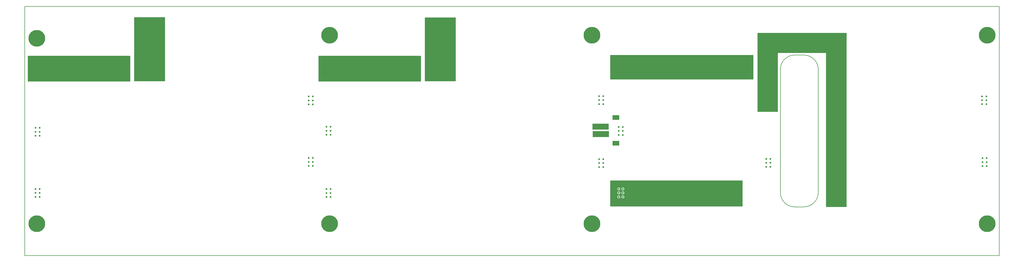
<source format=gbl>
G04*
G04 #@! TF.GenerationSoftware,Altium Limited,Altium Designer,18.1.11 (251)*
G04*
G04 Layer_Physical_Order=4*
G04 Layer_Color=11367680*
%FSLAX44Y44*%
%MOMM*%
G71*
G01*
G75*
%ADD10C,0.2000*%
%ADD16C,5.5000*%
%ADD17C,0.6000*%
%ADD18R,2.5000X1.7000*%
%ADD19R,2.2000X1.6000*%
%ADD20R,1.8000X0.7000*%
G36*
X546250Y857750D02*
X547250Y856954D01*
Y772750D01*
X210750D01*
X210500Y772853D01*
Y857750D01*
X546250D01*
D02*
G37*
G36*
X661750Y773750D02*
X560000Y773750D01*
X560000Y984250D01*
X661750Y984250D01*
X661750Y773750D01*
D02*
G37*
G36*
X1502250Y857500D02*
X1503250Y856704D01*
Y772500D01*
X1166750D01*
X1166500Y772604D01*
Y857500D01*
X1502250D01*
D02*
G37*
G36*
X1617750Y773500D02*
X1516000Y773500D01*
X1516000Y984000D01*
X1617750Y984000D01*
X1617750Y773500D01*
D02*
G37*
G36*
X2596000Y860000D02*
Y780000D01*
X2125000Y780000D01*
Y860000D01*
X2596000Y860000D01*
D02*
G37*
G36*
X2120750Y614500D02*
X2067250D01*
X2067250Y634250D01*
X2120750Y634250D01*
Y614500D01*
D02*
G37*
G36*
X2121000Y589639D02*
X2067500D01*
X2067500Y609389D01*
X2121000Y609389D01*
Y589639D01*
D02*
G37*
G36*
X2561000Y446500D02*
X2561000Y361500D01*
X2125750Y361500D01*
X2125500Y361604D01*
Y446500D01*
X2561000Y446500D01*
D02*
G37*
G36*
X2903000Y933000D02*
X2903000Y360000D01*
X2835000Y360000D01*
X2835000Y867000D01*
X2677000Y867000D01*
X2677000Y673000D01*
X2610000Y673000D01*
X2610000Y933000D01*
X2903000Y933000D01*
D02*
G37*
%LPC*%
G36*
X2167000Y423724D02*
X2165235Y423373D01*
X2163738Y422373D01*
X2162738Y420876D01*
X2162387Y419111D01*
X2162738Y417346D01*
X2163738Y415849D01*
X2165235Y414850D01*
X2167000Y414498D01*
X2168765Y414850D01*
X2170262Y415849D01*
X2171261Y417346D01*
X2171613Y419111D01*
X2171261Y420876D01*
X2170262Y422373D01*
X2168765Y423373D01*
X2167000Y423724D01*
D02*
G37*
G36*
X2153417D02*
X2151651Y423373D01*
X2150155Y422373D01*
X2149155Y420876D01*
X2148804Y419111D01*
X2149155Y417346D01*
X2150155Y415849D01*
X2151651Y414850D01*
X2153417Y414498D01*
X2155182Y414850D01*
X2156678Y415849D01*
X2157678Y417346D01*
X2158029Y419111D01*
X2157678Y420876D01*
X2156678Y422373D01*
X2155182Y423373D01*
X2153417Y423724D01*
D02*
G37*
G36*
X2167000Y410668D02*
X2165235Y410317D01*
X2163738Y409317D01*
X2162738Y407821D01*
X2162387Y406056D01*
X2162738Y404290D01*
X2163738Y402794D01*
X2165235Y401794D01*
X2167000Y401443D01*
X2168765Y401794D01*
X2170262Y402794D01*
X2171261Y404290D01*
X2171613Y406056D01*
X2171261Y407821D01*
X2170262Y409317D01*
X2168765Y410317D01*
X2167000Y410668D01*
D02*
G37*
G36*
X2153417D02*
X2151651Y410317D01*
X2150155Y409317D01*
X2149155Y407821D01*
X2148804Y406056D01*
X2149155Y404290D01*
X2150155Y402794D01*
X2151651Y401794D01*
X2153417Y401443D01*
X2155182Y401794D01*
X2156678Y402794D01*
X2157678Y404290D01*
X2158029Y406056D01*
X2157678Y407821D01*
X2156678Y409317D01*
X2155182Y410317D01*
X2153417Y410668D01*
D02*
G37*
G36*
X2167000Y397613D02*
X2165235Y397262D01*
X2163738Y396262D01*
X2162738Y394765D01*
X2162387Y393000D01*
X2162738Y391235D01*
X2163738Y389738D01*
X2165235Y388739D01*
X2167000Y388387D01*
X2168765Y388739D01*
X2170262Y389738D01*
X2171261Y391235D01*
X2171613Y393000D01*
X2171261Y394765D01*
X2170262Y396262D01*
X2168765Y397262D01*
X2167000Y397613D01*
D02*
G37*
G36*
X2153417D02*
X2151651Y397262D01*
X2150155Y396262D01*
X2149155Y394765D01*
X2148804Y393000D01*
X2149155Y391235D01*
X2150155Y389738D01*
X2151651Y388739D01*
X2153417Y388387D01*
X2155182Y388739D01*
X2156678Y389738D01*
X2157678Y391235D01*
X2158029Y393000D01*
X2157678Y394765D01*
X2156678Y396262D01*
X2155182Y397262D01*
X2153417Y397613D01*
D02*
G37*
%LPD*%
D10*
X2684900Y407100D02*
G03*
X2732000Y360000I47099J-1D01*
G01*
X2732000Y860000D02*
G03*
X2684900Y812900I-1J-47098D01*
G01*
X2809500Y812501D02*
G03*
X2762000Y860000I-47593J-94D01*
G01*
X2762000Y360000D02*
G03*
X2809500Y407500I0J47500D01*
G01*
X2732000Y360000D02*
X2762000Y360000D01*
X2684900Y812900D02*
X2684900Y407100D01*
X2732000Y860000D02*
X2762000Y860000D01*
X2809500Y812501D02*
X2809500Y407500D01*
X200000Y200000D02*
Y1020000D01*
X3405000D01*
Y200000D02*
Y1020000D01*
X200000Y200000D02*
X3405000D01*
D16*
X3365000Y925000D02*
D03*
Y305000D02*
D03*
X2065000D02*
D03*
Y925000D02*
D03*
X1202500D02*
D03*
Y305000D02*
D03*
X240000D02*
D03*
Y915000D02*
D03*
D17*
X2090000Y595000D02*
D03*
Y604000D02*
D03*
X2081000Y595000D02*
D03*
Y604000D02*
D03*
X2072000Y595000D02*
D03*
Y604000D02*
D03*
X2090000Y620000D02*
D03*
Y629000D02*
D03*
X2081000D02*
D03*
Y620000D02*
D03*
X2072000D02*
D03*
Y629000D02*
D03*
X2638417Y505056D02*
D03*
Y492000D02*
D03*
X2652000Y505056D02*
D03*
Y492000D02*
D03*
Y518111D02*
D03*
X2638417D02*
D03*
X2861417Y403056D02*
D03*
Y390000D02*
D03*
X2875000Y403056D02*
D03*
Y390000D02*
D03*
Y416111D02*
D03*
X2861417D02*
D03*
Y610056D02*
D03*
Y597000D02*
D03*
X2875000Y610056D02*
D03*
Y597000D02*
D03*
Y623111D02*
D03*
X2861417D02*
D03*
Y815055D02*
D03*
Y802000D02*
D03*
X2875000Y815055D02*
D03*
Y802000D02*
D03*
Y828111D02*
D03*
X2861417D02*
D03*
X2638417Y712056D02*
D03*
Y699000D02*
D03*
X2652000Y712056D02*
D03*
Y699000D02*
D03*
Y725111D02*
D03*
X2638417D02*
D03*
X3349417Y520111D02*
D03*
X3363000D02*
D03*
Y494000D02*
D03*
Y507056D02*
D03*
X3349417Y494000D02*
D03*
Y507056D02*
D03*
X3348417Y724111D02*
D03*
X3362000D02*
D03*
Y698000D02*
D03*
Y711056D02*
D03*
X3348417Y698000D02*
D03*
Y711056D02*
D03*
X2089167Y517361D02*
D03*
X2102750D02*
D03*
Y491250D02*
D03*
Y504305D02*
D03*
X2089167Y491250D02*
D03*
Y504305D02*
D03*
X2153417Y419111D02*
D03*
X2167000D02*
D03*
Y393000D02*
D03*
Y406056D02*
D03*
X2153417Y393000D02*
D03*
Y406056D02*
D03*
Y623111D02*
D03*
X2167000D02*
D03*
Y597000D02*
D03*
Y610056D02*
D03*
X2153417Y597000D02*
D03*
Y610056D02*
D03*
X2151417Y829111D02*
D03*
X2165000D02*
D03*
Y803000D02*
D03*
Y816056D02*
D03*
X2151417Y803000D02*
D03*
Y816056D02*
D03*
X2089167Y724611D02*
D03*
X2102750D02*
D03*
Y698500D02*
D03*
Y711555D02*
D03*
X2089167Y698500D02*
D03*
Y711555D02*
D03*
X1577667Y956611D02*
D03*
X1591250D02*
D03*
Y930500D02*
D03*
Y943556D02*
D03*
X1577667Y930500D02*
D03*
Y943556D02*
D03*
X1134167Y521111D02*
D03*
X1147750D02*
D03*
Y495000D02*
D03*
Y508055D02*
D03*
X1134167Y495000D02*
D03*
Y508055D02*
D03*
Y723361D02*
D03*
X1147750D02*
D03*
Y697250D02*
D03*
Y710305D02*
D03*
X1134167Y697250D02*
D03*
Y710305D02*
D03*
X622917Y956611D02*
D03*
X636500D02*
D03*
Y930500D02*
D03*
Y943556D02*
D03*
X622917Y930500D02*
D03*
Y943556D02*
D03*
X235917Y419111D02*
D03*
X249500D02*
D03*
Y393000D02*
D03*
Y406056D02*
D03*
X235917Y393000D02*
D03*
Y406056D02*
D03*
Y620111D02*
D03*
X249500D02*
D03*
Y594000D02*
D03*
Y607056D02*
D03*
X235917Y594000D02*
D03*
Y607056D02*
D03*
X234417Y826861D02*
D03*
X248000D02*
D03*
Y800750D02*
D03*
Y813806D02*
D03*
X234417Y800750D02*
D03*
Y813806D02*
D03*
X1192000Y829361D02*
D03*
X1205583D02*
D03*
Y803250D02*
D03*
Y816306D02*
D03*
X1192000Y803250D02*
D03*
Y816306D02*
D03*
Y418611D02*
D03*
X1205583D02*
D03*
Y392500D02*
D03*
Y405556D02*
D03*
X1192000Y392500D02*
D03*
Y405556D02*
D03*
Y610444D02*
D03*
Y597389D02*
D03*
X1205583Y610444D02*
D03*
Y597389D02*
D03*
Y623500D02*
D03*
X1192000D02*
D03*
D18*
X2583000Y815000D02*
D03*
X2623000D02*
D03*
X1489000Y816000D02*
D03*
X1529000D02*
D03*
X534000Y814000D02*
D03*
X574000D02*
D03*
D19*
X2144442Y654139D02*
D03*
Y569639D02*
D03*
D20*
X2111442Y593139D02*
D03*
Y605639D02*
D03*
Y630639D02*
D03*
Y618139D02*
D03*
M02*

</source>
